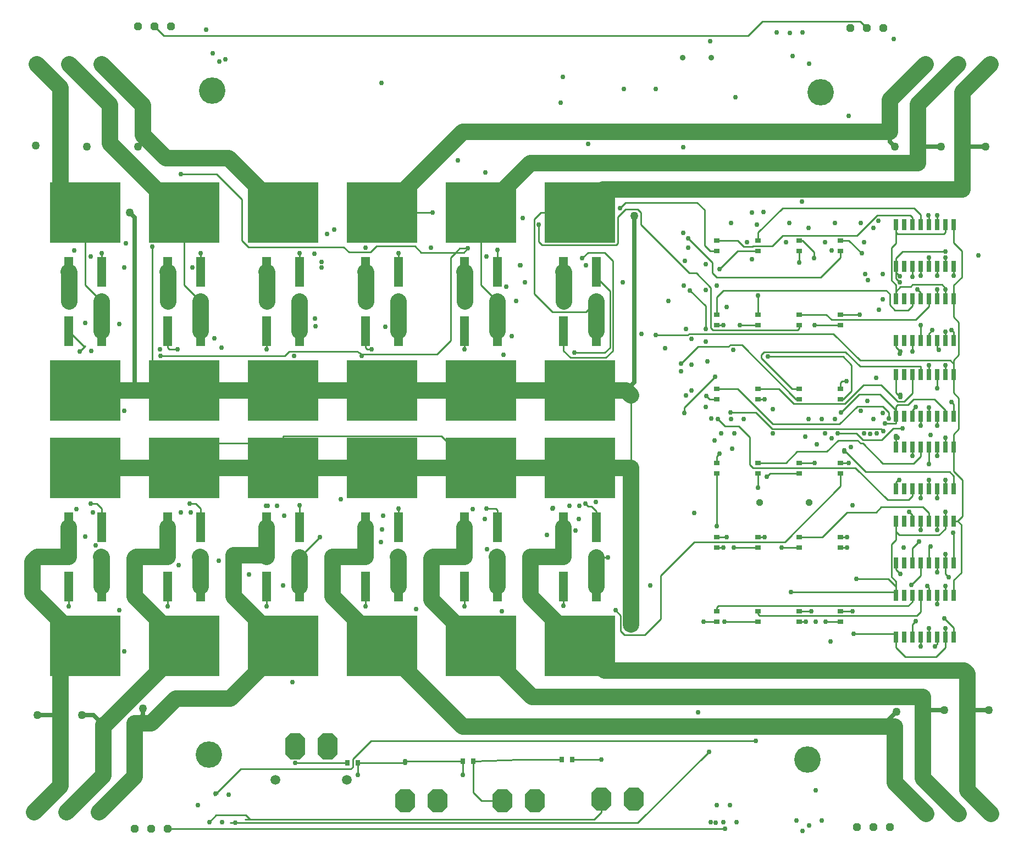
<source format=gbl>
G04 Layer_Physical_Order=4*
G04 Layer_Color=16711680*
%FSAX25Y25*%
%MOIN*%
G70*
G01*
G75*
%ADD12R,0.03800X0.03100*%
%ADD15R,0.03100X0.03800*%
%ADD26C,0.10000*%
%ADD27C,0.01000*%
%ADD28C,0.02500*%
%ADD30P,0.04261X8X202.5*%
%ADD31C,0.03543*%
%ADD32P,0.05412X8X22.5*%
%ADD33P,0.06392X8X22.5*%
%ADD34P,0.05199X8X22.5*%
G04:AMPARAMS|DCode=35|XSize=118.11mil|YSize=137.8mil|CornerRadius=0mil|HoleSize=0mil|Usage=FLASHONLY|Rotation=0.000|XOffset=0mil|YOffset=0mil|HoleType=Round|Shape=Octagon|*
%AMOCTAGOND35*
4,1,8,-0.02953,0.06890,0.02953,0.06890,0.05906,0.03937,0.05906,-0.03937,0.02953,-0.06890,-0.02953,-0.06890,-0.05906,-0.03937,-0.05906,0.03937,-0.02953,0.06890,0.0*
%
%ADD35OCTAGOND35*%

G04:AMPARAMS|DCode=36|XSize=118.11mil|YSize=157.48mil|CornerRadius=0mil|HoleSize=0mil|Usage=FLASHONLY|Rotation=180.000|XOffset=0mil|YOffset=0mil|HoleType=Round|Shape=Octagon|*
%AMOCTAGOND36*
4,1,8,0.02953,-0.07874,-0.02953,-0.07874,-0.05906,-0.04921,-0.05906,0.04921,-0.02953,0.07874,0.02953,0.07874,0.05906,0.04921,0.05906,-0.04921,0.02953,-0.07874,0.0*
%
%ADD36OCTAGOND36*%

%ADD37C,0.05000*%
%ADD38C,0.10000*%
%ADD39C,0.16000*%
%ADD40C,0.03000*%
%ADD41C,0.05906*%
%ADD42R,0.02835X0.07008*%
%ADD43R,0.05315X0.18110*%
%ADD44R,0.42520X0.37008*%
D12*
X0599000Y0418000D02*
D03*
Y0411700D02*
D03*
X0549000Y0328000D02*
D03*
Y0321700D02*
D03*
X0524000Y0463000D02*
D03*
Y0456700D02*
D03*
X0599000Y0463000D02*
D03*
Y0456700D02*
D03*
X0524000Y0328000D02*
D03*
Y0321700D02*
D03*
X0599000Y0328000D02*
D03*
Y0321700D02*
D03*
Y0283000D02*
D03*
Y0276700D02*
D03*
X0574000Y0328000D02*
D03*
Y0321700D02*
D03*
Y0463000D02*
D03*
Y0456700D02*
D03*
Y0418000D02*
D03*
Y0411700D02*
D03*
X0549000Y0463000D02*
D03*
Y0456700D02*
D03*
X0574000Y0283000D02*
D03*
Y0276700D02*
D03*
X0599000Y0373000D02*
D03*
Y0366700D02*
D03*
X0549000Y0418000D02*
D03*
Y0411700D02*
D03*
X0574000Y0238000D02*
D03*
Y0231700D02*
D03*
X0549000Y0283000D02*
D03*
Y0276700D02*
D03*
Y0238000D02*
D03*
Y0231700D02*
D03*
X0524000Y0283000D02*
D03*
Y0276700D02*
D03*
X0574000Y0373000D02*
D03*
Y0366700D02*
D03*
X0524000Y0418000D02*
D03*
Y0411700D02*
D03*
X0549000Y0373000D02*
D03*
Y0366700D02*
D03*
X0524000Y0373000D02*
D03*
Y0366700D02*
D03*
Y0238000D02*
D03*
Y0231700D02*
D03*
X0599000Y0238000D02*
D03*
Y0231700D02*
D03*
D15*
X0300000Y0146000D02*
D03*
X0306300D02*
D03*
X0370000Y0147000D02*
D03*
X0376300D02*
D03*
X0430000Y0148000D02*
D03*
X0436300D02*
D03*
D26*
X0451000Y0408000D02*
Y0426000D01*
X0391000Y0408000D02*
Y0426000D01*
X0331000Y0408000D02*
Y0426000D01*
X0271000Y0408000D02*
Y0426000D01*
X0131315D02*
Y0443685D01*
X0191315Y0426000D02*
Y0443685D01*
X0251000Y0444000D02*
X0251315Y0443685D01*
Y0426000D02*
Y0443685D01*
X0311315Y0426000D02*
Y0443685D01*
X0371000Y0444000D02*
X0371315Y0443685D01*
Y0426000D02*
Y0443685D01*
X0431000Y0444000D02*
X0431315Y0443685D01*
Y0426000D02*
Y0443685D01*
X0211000Y0408000D02*
Y0426000D01*
X0151000Y0408000D02*
Y0426000D01*
X0468976Y0371976D02*
X0472000Y0368953D01*
X0441000Y0371976D02*
X0468976D01*
X0381000D02*
X0441000D01*
X0321000D02*
X0381000D01*
X0261000D02*
X0321000D01*
X0201000D02*
X0261000D01*
X0431000Y0271000D02*
Y0289000D01*
X0411000Y0271000D02*
X0431000D01*
X0441000Y0325024D02*
X0441024Y0325000D01*
X0472000D01*
X0150685Y0271000D02*
X0151000Y0270685D01*
Y0253000D02*
Y0270685D01*
X0210685Y0271000D02*
X0211000Y0270685D01*
Y0253000D02*
Y0270685D01*
X0271000Y0253000D02*
Y0270685D01*
X0390685Y0271000D02*
X0391000Y0270685D01*
Y0253000D02*
Y0270685D01*
X0330685Y0271000D02*
X0331000Y0270685D01*
Y0253000D02*
Y0270685D01*
X0131000Y0271000D02*
Y0289000D01*
X0112000Y0271000D02*
X0131000D01*
X0109000Y0268000D02*
X0112000Y0271000D01*
X0109000Y0248976D02*
Y0268000D01*
Y0248976D02*
X0141000Y0216976D01*
X0191000Y0271000D02*
Y0289000D01*
X0172000Y0271000D02*
X0191000D01*
X0171000Y0270000D02*
X0172000Y0271000D01*
X0171000Y0246976D02*
Y0270000D01*
Y0246976D02*
X0201000Y0216976D01*
X0311000Y0271000D02*
Y0289000D01*
X0251000Y0271000D02*
Y0289000D01*
X0250000Y0272000D02*
X0251000Y0271000D01*
X0231000Y0272000D02*
X0250000D01*
X0231000Y0246976D02*
Y0272000D01*
Y0246976D02*
X0261000Y0216976D01*
X0411000Y0246976D02*
Y0271000D01*
X0291000D02*
X0311000D01*
X0291000Y0246976D02*
Y0271000D01*
Y0246976D02*
X0321000Y0216976D01*
X0371000Y0271000D02*
Y0289000D01*
X0352000Y0271000D02*
X0371000D01*
X0351000Y0270000D02*
X0352000Y0271000D01*
X0351000Y0245000D02*
Y0270000D01*
Y0245000D02*
X0379024Y0216976D01*
X0381000D01*
X0411000Y0246976D02*
X0441000Y0216976D01*
X0451000Y0253000D02*
Y0270685D01*
X0141000Y0325024D02*
X0196000D01*
X0386000D02*
X0441000D01*
X0261000D02*
X0316000D01*
X0201000D02*
X0256000D01*
X0126000Y0495024D02*
X0141000Y0480024D01*
X0126000Y0495024D02*
Y0555630D01*
X0111630Y0570000D02*
X0126000Y0555630D01*
X0197976Y0480024D02*
X0201000D01*
X0156000Y0522000D02*
X0197976Y0480024D01*
X0131315Y0570000D02*
X0156000Y0545315D01*
Y0522000D02*
Y0545315D01*
X0228024Y0513000D02*
X0261000Y0480024D01*
X0673000Y0553000D02*
X0690000Y0570000D01*
X0321000Y0480024D02*
X0369976Y0529000D01*
X0126000Y0201976D02*
X0141000Y0216976D01*
X0110000Y0116000D02*
X0126000Y0132000D01*
X0129685Y0116000D02*
X0152000Y0138315D01*
Y0169000D01*
X0153024D01*
X0229000Y0184976D02*
X0261000Y0216976D01*
X0195976Y0184976D02*
X0229000D01*
X0181000Y0170000D02*
X0195976Y0184976D01*
X0441000Y0216976D02*
X0455976Y0202000D01*
X0674000D01*
X0676000Y0129370D02*
X0690370Y0115000D01*
X0674000Y0202000D02*
X0676000Y0200000D01*
X0381000Y0216976D02*
X0411976Y0186000D01*
X0649000D01*
Y0136685D02*
X0670685Y0115000D01*
X0632000Y0134000D02*
X0651000Y0115000D01*
X0153024Y0169000D02*
X0201000Y0216976D01*
X0149370Y0116000D02*
X0171000Y0137630D01*
Y0170000D01*
X0181000D01*
X0369976Y0529000D02*
X0629000D01*
Y0548370D01*
X0650630Y0570000D01*
X0151000D02*
X0176000Y0545000D01*
Y0527000D02*
Y0545000D01*
X0190000Y0513000D02*
X0228024D01*
X0632000Y0134000D02*
Y0168000D01*
X0626000D02*
X0632000D01*
X0649000Y0136685D02*
Y0178000D01*
Y0186000D01*
X0676000Y0129370D02*
Y0178000D01*
Y0200000D01*
X0126000Y0132000D02*
Y0172000D01*
Y0201976D01*
X0441000Y0480024D02*
X0454976Y0494000D01*
X0673000D01*
X0381000Y0480024D02*
X0410976Y0510000D01*
X0646000D01*
Y0545685D01*
X0673000Y0494000D02*
Y0520000D01*
Y0553000D01*
X0321000Y0216976D02*
X0369976Y0168000D01*
X0626000D01*
X0141000Y0371976D02*
X0171000D01*
X0201000D01*
X0131000Y0444000D02*
X0131315Y0443685D01*
X0191000Y0444000D02*
X0191315Y0443685D01*
X0311000Y0444000D02*
X0311315Y0443685D01*
X0472000Y0230000D02*
Y0325000D01*
X0321000Y0325024D02*
X0376000D01*
X0646000Y0545685D02*
X0670315Y0570000D01*
X0176000Y0527000D02*
X0190000Y0513000D01*
D27*
X0131000Y0408000D02*
X0140000Y0399000D01*
X0141000D01*
X0667567Y0337622D02*
Y0345300D01*
X0670700Y0348433D01*
Y0367300D01*
X0667567Y0370433D02*
X0670700Y0367300D01*
X0667567Y0370433D02*
Y0381622D01*
Y0390300D02*
X0670700Y0393433D01*
Y0413300D01*
X0667567Y0416433D02*
X0670700Y0413300D01*
X0667567Y0416433D02*
Y0427622D01*
X0381000Y0315000D02*
Y0325024D01*
X0384000D02*
X0386000D01*
X0261000Y0344300D02*
X0356724D01*
X0376000Y0325024D01*
X0370000Y0138600D02*
Y0147000D01*
X0306300Y0138600D02*
Y0146000D01*
X0204300Y0303100D02*
X0208000D01*
X0211000Y0300100D01*
Y0289000D02*
Y0300100D01*
X0151000Y0444000D02*
Y0455100D01*
X0371000Y0241000D02*
Y0253000D01*
X0311000Y0241000D02*
Y0253000D01*
X0191000Y0241000D02*
Y0253000D01*
X0131000Y0241000D02*
Y0253000D01*
X0431000Y0241228D02*
Y0253000D01*
X0436300Y0148000D02*
X0454000D01*
X0376300Y0128000D02*
Y0147000D01*
Y0128000D02*
X0381300Y0123000D01*
X0394000D01*
X0666300Y0408700D02*
X0667567Y0407433D01*
Y0402189D02*
Y0407433D01*
X0662567Y0447189D02*
Y0452693D01*
X0331000Y0289000D02*
Y0300100D01*
X0271000Y0289000D02*
Y0302067D01*
X0144300Y0303100D02*
X0148000D01*
X0151000Y0300100D01*
Y0289000D02*
Y0300100D01*
X0454000Y0116000D02*
Y0124000D01*
X0449500Y0111500D02*
X0454000Y0116000D01*
X0237800Y0111500D02*
X0449500D01*
X0238200Y0114100D02*
X0240800Y0111500D01*
X0220300Y0114100D02*
X0238200D01*
X0216100Y0109900D02*
X0220300Y0114100D01*
X0632567Y0222189D02*
Y0224300D01*
X0251000Y0241000D02*
Y0253000D01*
X0534100Y0276700D02*
X0549000D01*
X0391000Y0444000D02*
Y0457100D01*
X0524000Y0463000D02*
X0536500D01*
X0540300Y0459200D01*
X0545400D01*
X0545800Y0459600D01*
X0557600D01*
X0564000Y0466000D01*
X0609000D01*
X0621200Y0478200D01*
X0641367D01*
X0642567Y0477000D01*
Y0472622D02*
Y0477000D01*
X0549000Y0236100D02*
Y0238000D01*
Y0236100D02*
X0550000Y0235100D01*
X0645167D01*
X0647567Y0237500D01*
Y0247622D01*
X0524000Y0238000D02*
Y0240100D01*
X0525000Y0241100D01*
X0640000D01*
X0642567Y0243667D01*
Y0247622D01*
X0549000Y0283000D02*
X0552900D01*
X0647567Y0287133D02*
X0647600Y0287100D01*
X0647567Y0287133D02*
Y0292622D01*
X0506400Y0464300D02*
X0521300Y0449400D01*
Y0443200D02*
Y0449400D01*
Y0443200D02*
X0524000Y0440500D01*
X0587000D01*
X0599000Y0452500D01*
Y0456700D01*
X0642567Y0332133D02*
Y0337622D01*
Y0332133D02*
X0642600Y0332100D01*
X0524000Y0332029D02*
X0525671Y0333700D01*
X0524000Y0328000D02*
Y0332029D01*
X0656100Y0216700D02*
X0657567Y0218167D01*
Y0222189D01*
X0524000Y0373000D02*
X0536500D01*
X0558000Y0351500D01*
X0598300D01*
X0609100Y0362300D01*
X0624600D01*
X0628300Y0358600D01*
Y0355000D02*
Y0358600D01*
X0657567Y0373200D02*
Y0381622D01*
X0333600Y0325000D02*
X0353000D01*
X0316000Y0309800D02*
X0317200Y0308600D01*
X0665067Y0322500D02*
X0667567Y0320000D01*
X0614300Y0322500D02*
X0665067D01*
X0662567Y0216000D02*
Y0222189D01*
X0656867Y0210300D02*
X0662567Y0216000D01*
X0638267Y0210300D02*
X0656867D01*
X0632567Y0216000D02*
X0638267Y0210300D01*
X0632567Y0216000D02*
Y0222189D01*
X0662567Y0267189D02*
Y0272693D01*
X0632567Y0447189D02*
Y0452200D01*
X0636667Y0456300D01*
X0662600D01*
X0632567Y0440000D02*
X0634900Y0437667D01*
X0662567Y0402189D02*
Y0407667D01*
X0662600Y0407700D01*
X0628000Y0257400D02*
X0632567Y0252833D01*
X0608700Y0257400D02*
X0628000D01*
X0662567Y0247622D02*
Y0253100D01*
X0632567Y0286133D02*
X0634600Y0284100D01*
X0658667D01*
X0662567Y0288000D01*
Y0292622D01*
Y0298067D02*
X0662600Y0298100D01*
X0662567Y0292622D02*
Y0298067D01*
X0444600Y0419600D02*
X0451000Y0426000D01*
X0424100Y0419600D02*
X0444600D01*
X0413200Y0430500D02*
X0424100Y0419600D01*
X0413200Y0430500D02*
Y0476000D01*
X0417224Y0480024D01*
X0441000D01*
X0647567Y0332000D02*
Y0337622D01*
X0643267Y0327700D02*
X0647567Y0332000D01*
X0624500Y0327700D02*
X0643267D01*
X0612400Y0339800D02*
X0624500Y0327700D01*
X0611100Y0339800D02*
X0612400D01*
X0609200Y0341700D02*
X0611100Y0339800D01*
X0597400Y0341700D02*
X0609200D01*
X0590500Y0334800D02*
X0597400Y0341700D01*
X0572600Y0334800D02*
X0590500D01*
X0565800Y0328000D02*
X0572600Y0334800D01*
X0549000Y0328000D02*
X0565800D01*
X0371000Y0396900D02*
Y0408000D01*
X0381000Y0436000D02*
X0391000Y0426000D01*
X0381000Y0436000D02*
Y0480024D01*
X0646205Y0545890D02*
X0670315Y0570000D01*
X0646205Y0519795D02*
Y0545890D01*
X0437700Y0394900D02*
X0456000D01*
X0459100Y0398000D01*
Y0432300D01*
X0451000Y0440400D02*
X0459100Y0432300D01*
X0451000Y0440400D02*
Y0444000D01*
X0442300Y0452100D02*
X0445800Y0455600D01*
X0456000D01*
X0460900Y0450700D01*
Y0396000D02*
Y0450700D01*
X0456700Y0391800D02*
X0460900Y0396000D01*
X0435200Y0391800D02*
X0456700D01*
X0431000Y0396000D02*
X0435200Y0391800D01*
X0431000Y0396000D02*
Y0408000D01*
X0141000Y0436000D02*
X0151000Y0426000D01*
X0141000Y0436000D02*
Y0480024D01*
X0201000Y0436000D02*
X0211000Y0426000D01*
X0201000Y0436000D02*
Y0480024D01*
X0524000Y0283000D02*
X0529900D01*
X0640600Y0298100D02*
X0642567Y0296133D01*
Y0292622D02*
Y0296133D01*
X0599000Y0328000D02*
X0603800D01*
X0657567Y0332133D02*
X0657600Y0332100D01*
X0657567Y0332133D02*
Y0337622D01*
X0652567Y0422800D02*
Y0427622D01*
X0644567Y0414800D02*
X0652567Y0422800D01*
X0593500Y0414800D02*
X0644567D01*
X0590300Y0418000D02*
X0593500Y0414800D01*
X0574000Y0418000D02*
X0590300D01*
X0574000Y0409600D02*
Y0411700D01*
X0573000Y0408600D02*
X0574000Y0409600D01*
X0521700Y0408600D02*
X0573000D01*
X0520300Y0410000D02*
X0521700Y0408600D01*
X0520300Y0410000D02*
Y0434200D01*
X0511400Y0443100D02*
X0520300Y0434200D01*
X0507200Y0443100D02*
X0511400D01*
X0477800Y0472500D02*
X0507200Y0443100D01*
X0477800Y0472500D02*
Y0480000D01*
X0476000Y0481800D02*
X0477800Y0480000D01*
X0468700Y0481800D02*
X0476000D01*
X0464000Y0477100D02*
X0468700Y0481800D01*
X0464000Y0461200D02*
Y0477100D01*
X0463000Y0460200D02*
X0464000Y0461200D01*
X0418000Y0460200D02*
X0463000D01*
X0416000Y0462200D02*
X0418000Y0460200D01*
X0416000Y0462200D02*
Y0472700D01*
X0524000Y0418000D02*
Y0428700D01*
X0528000Y0432700D01*
X0626600D01*
X0628800Y0430500D01*
Y0423900D02*
Y0430500D01*
Y0423900D02*
X0632000Y0420700D01*
X0640000D01*
X0642567Y0423267D01*
Y0427622D01*
X0574000Y0238000D02*
X0581100D01*
X0651400Y0253100D02*
X0652567Y0251933D01*
Y0247622D02*
Y0251933D01*
X0642567Y0222189D02*
Y0229867D01*
X0644700Y0232000D01*
X0569600Y0373000D02*
X0574000D01*
X0551000Y0391600D02*
X0569600Y0373000D01*
X0551000Y0391600D02*
Y0393641D01*
X0552659Y0395300D01*
X0602000D01*
X0610800Y0386500D01*
X0647467D01*
X0647567Y0386400D01*
Y0381622D02*
Y0386400D01*
X0632567Y0398233D02*
X0635159Y0395641D01*
X0632567Y0398233D02*
Y0402189D01*
X0657567Y0261700D02*
Y0267189D01*
X0632567Y0312189D02*
Y0316260D01*
X0634000Y0317693D02*
X0634567D01*
X0662567Y0312189D02*
Y0317693D01*
X0652567Y0312189D02*
Y0317700D01*
X0623500Y0348700D02*
X0625000Y0347200D01*
X0557700Y0348700D02*
X0623500D01*
X0547700Y0358700D02*
X0557700Y0348700D01*
X0532300Y0358700D02*
X0547700D01*
X0647567Y0350733D02*
X0647600Y0350700D01*
X0647567Y0350733D02*
Y0356189D01*
X0632567Y0362267D02*
X0633667Y0363367D01*
X0639800D01*
X0643133Y0366700D01*
X0655867D01*
X0662567Y0360000D01*
Y0356189D02*
Y0360000D01*
X0549000Y0373000D02*
X0561500D01*
X0570700Y0363800D01*
X0601500D01*
X0613000Y0375300D01*
X0623500D01*
X0633633Y0365167D01*
X0637467D01*
X0642567Y0370267D01*
Y0381622D01*
X0632567Y0370600D02*
Y0381622D01*
X0652567D02*
Y0387067D01*
X0652600Y0387100D01*
X0600000Y0377500D02*
X0602700D01*
X0599000Y0376500D02*
X0600000Y0377500D01*
X0599000Y0373000D02*
Y0376500D01*
X0657567Y0350733D02*
X0657600Y0350700D01*
X0657567Y0350733D02*
Y0356189D01*
X0652567D02*
Y0361700D01*
X0667567Y0427622D02*
Y0435767D01*
X0672400Y0440600D01*
Y0456567D01*
X0667567Y0461400D02*
X0672400Y0456567D01*
X0667567Y0461400D02*
Y0472622D01*
X0652567Y0452667D02*
X0652600Y0452700D01*
X0652567Y0447189D02*
Y0452667D01*
Y0472622D02*
Y0477899D01*
X0652083Y0478383D02*
X0652567Y0477899D01*
X0583000Y0452300D02*
Y0456000D01*
X0576000Y0463000D02*
X0583000Y0456000D01*
X0574000Y0463000D02*
X0576000D01*
X0647567Y0441733D02*
Y0447189D01*
Y0441733D02*
X0647600Y0441700D01*
X0657567Y0427622D02*
Y0433067D01*
X0657600Y0433100D01*
X0599000Y0418000D02*
X0610500D01*
X0632567Y0443442D02*
Y0447189D01*
Y0443442D02*
X0634800Y0441209D01*
X0642567Y0441033D02*
Y0447189D01*
X0353000Y0325024D02*
X0354100Y0323924D01*
X0251000Y0396900D02*
Y0408000D01*
X0487000Y0405500D02*
X0506300D01*
X0507100Y0406300D01*
X0594700D01*
X0610900Y0390100D01*
X0665467D01*
X0667567Y0388000D01*
Y0381622D02*
Y0388000D01*
X0331000Y0444000D02*
Y0455100D01*
X0525500Y0445700D02*
X0536500Y0456700D01*
X0549000D01*
X0384300Y0300100D02*
X0390000D01*
X0391000Y0299100D01*
Y0289000D02*
Y0299100D01*
X0662567Y0468000D02*
Y0472622D01*
X0661434Y0466867D02*
X0662567Y0468000D01*
X0633700Y0466867D02*
X0661434D01*
X0632567Y0468000D02*
X0633700Y0466867D01*
X0597362Y0345900D02*
X0608400D01*
X0612400Y0341900D01*
X0624000D01*
X0631000Y0348900D01*
X0636500D01*
X0652567Y0327100D02*
Y0337622D01*
X0574000Y0328000D02*
X0583100D01*
X0667567Y0323000D02*
Y0337622D01*
Y0323000D02*
X0672900Y0317667D01*
Y0295500D02*
Y0317667D01*
X0670000Y0292600D02*
X0672900Y0295500D01*
X0667567Y0292600D02*
Y0292622D01*
X0661900Y0233467D02*
X0667567Y0227800D01*
Y0222189D02*
Y0227800D01*
X0599000Y0283000D02*
X0602900D01*
X0657567Y0287100D02*
Y0292622D01*
X0599000Y0238000D02*
X0606100D01*
X0657567Y0242133D02*
X0657600Y0242100D01*
X0657567Y0242133D02*
Y0247622D01*
X0589800Y0231700D02*
X0599000D01*
X0574000D02*
X0577900D01*
X0667567Y0247622D02*
Y0256767D01*
X0672100Y0261300D01*
Y0290500D01*
X0670000Y0292600D02*
X0672100Y0290500D01*
X0312000Y0396900D02*
X0314500D01*
X0311000Y0397900D02*
X0312000Y0396900D01*
X0311000Y0397900D02*
Y0408000D01*
X0549000Y0313000D02*
Y0321700D01*
X0554200Y0319700D02*
X0556200Y0321700D01*
X0574000D01*
X0524000Y0411700D02*
X0527900D01*
X0211000Y0444000D02*
Y0455100D01*
X0191000Y0397900D02*
Y0408000D01*
Y0397900D02*
X0192000Y0396900D01*
X0197000D01*
X0517400Y0368700D02*
X0519400Y0366700D01*
X0524000D01*
X0537995Y0411700D02*
X0549000D01*
X0321000Y0480024D02*
X0351576D01*
X0183000Y0593000D02*
X0188700Y0587300D01*
X0542800D01*
X0551500Y0596000D01*
X0611000D01*
X0615000Y0592000D01*
X0181600Y0376000D02*
Y0459200D01*
Y0376000D02*
X0185600Y0372000D01*
X0470500D02*
X0472000Y0370500D01*
X0210976Y0340000D02*
X0241024D01*
X0657567Y0397633D02*
Y0402189D01*
Y0397633D02*
X0658500Y0396700D01*
X0657567Y0441700D02*
Y0447189D01*
X0642567Y0359867D02*
X0644600Y0361900D01*
X0642567Y0356189D02*
Y0359867D01*
X0652567Y0402189D02*
Y0406267D01*
X0654700Y0408400D01*
X0647567Y0402189D02*
Y0411600D01*
X0642567Y0395533D02*
Y0402189D01*
X0652567Y0276483D02*
X0653400Y0277316D01*
X0652567Y0267189D02*
Y0276483D01*
Y0222189D02*
Y0227667D01*
X0652600Y0227700D01*
X0647567Y0216700D02*
Y0222189D01*
X0657567Y0306733D02*
X0657600Y0306700D01*
X0657567Y0306733D02*
Y0312189D01*
X0647567Y0306700D02*
Y0312189D01*
X0524500Y0354600D02*
X0528900Y0350200D01*
X0537200D01*
X0544000Y0343400D01*
Y0327000D02*
Y0343400D01*
Y0327000D02*
X0546000Y0325000D01*
X0608000D01*
X0627400Y0305600D01*
X0640167D01*
X0642567Y0308000D01*
Y0312189D01*
Y0276283D02*
X0646500Y0280216D01*
X0642567Y0267189D02*
Y0276283D01*
X0641861Y0253994D02*
X0647567Y0259700D01*
Y0267189D01*
X0549000Y0418000D02*
Y0429400D01*
X0645600Y0433100D02*
X0647567Y0431133D01*
Y0427622D02*
Y0431133D01*
X0657567Y0472622D02*
Y0478133D01*
X0604000Y0463000D02*
X0611725Y0455275D01*
X0599000Y0463000D02*
X0604000D01*
X0647567Y0472622D02*
Y0478567D01*
X0643534Y0482600D02*
X0647567Y0478567D01*
X0563800Y0482600D02*
X0643534D01*
X0549000Y0467800D02*
X0563800Y0482600D01*
X0549000Y0463000D02*
Y0467800D01*
X0574000Y0283000D02*
X0587800D01*
X0602800Y0298000D01*
X0620400D01*
X0623500Y0301100D01*
X0648967D01*
X0652567Y0297500D01*
Y0292622D02*
Y0297500D01*
X0271000Y0444000D02*
Y0455100D01*
X0137700Y0395700D02*
X0141000Y0399000D01*
X0444300Y0303100D02*
X0446000Y0301400D01*
X0448000D01*
X0451000Y0298400D01*
Y0289000D02*
Y0298400D01*
X0314300Y0159300D02*
X0547400D01*
X0303100Y0148100D02*
X0314300Y0159300D01*
X0303100Y0143300D02*
Y0148100D01*
X0302000Y0142200D02*
X0303100Y0143300D01*
X0191000Y0106000D02*
X0528800D01*
X0599000Y0366700D02*
X0600700D01*
X0605700Y0371700D01*
Y0387383D01*
X0600683Y0392400D02*
X0605700Y0387383D01*
X0554900Y0392400D02*
X0600683D01*
X0572000Y0366700D02*
X0574000D01*
X0539200Y0399500D02*
X0572000Y0366700D01*
X0532100Y0399500D02*
X0539200D01*
X0531000Y0398400D02*
X0532100Y0399500D01*
X0512400Y0398400D02*
X0531000D01*
X0502100Y0388100D02*
X0512400Y0398400D01*
X0549000Y0366700D02*
X0552900D01*
X0524000Y0276700D02*
X0527900D01*
X0528700Y0231700D02*
X0549000D01*
X0515900D02*
X0524000D01*
X0519900Y0456700D02*
X0524000D01*
X0516600Y0460000D02*
X0519900Y0456700D01*
X0516600Y0460000D02*
Y0481400D01*
X0512000Y0486000D02*
X0516600Y0481400D01*
X0468700Y0486000D02*
X0512000D01*
X0465200Y0482500D02*
X0468700Y0486000D01*
X0574000Y0449700D02*
Y0456700D01*
X0583200Y0411700D02*
X0599000D01*
X0462600Y0238400D02*
X0465700Y0235300D01*
Y0226000D02*
Y0235300D01*
Y0226000D02*
X0468000Y0223700D01*
X0480200D01*
X0489800Y0233300D01*
Y0259500D01*
X0510200Y0279900D01*
X0565100D01*
X0599000Y0313800D01*
Y0321700D01*
X0524000Y0289600D02*
Y0321700D01*
X0599000Y0276700D02*
X0602900D01*
X0563100D02*
X0574000D01*
X0451000Y0270685D02*
X0458000D01*
X0186400Y0393000D02*
X0262000D01*
X0264600Y0395600D01*
X0305800D01*
X0308600Y0394000D01*
X0354300D02*
X0362500Y0402200D01*
Y0452700D01*
X0368000Y0458200D02*
X0373000D01*
X0308600Y0392800D02*
Y0394000D01*
X0632567Y0247622D02*
Y0249700D01*
X0198723Y0503300D02*
X0220600D01*
X0236000Y0487900D01*
Y0463000D02*
Y0487900D01*
Y0463000D02*
X0240000Y0459000D01*
X0297600D01*
X0300800Y0455800D01*
X0313800D01*
X0317400Y0459400D01*
X0340800D01*
X0344500Y0455700D01*
X0370500D02*
X0373000Y0458200D01*
X0376300Y0147000D02*
X0404200Y0148000D01*
X0430000D01*
X0662567Y0433067D02*
X0662600Y0433100D01*
X0662567Y0337622D02*
Y0343126D01*
X0629800Y0278433D02*
X0632567Y0281200D01*
X0629800Y0258800D02*
Y0278433D01*
Y0258800D02*
X0632567Y0256033D01*
Y0432000D02*
X0635367Y0434800D01*
X0641400D01*
X0642700Y0436100D01*
X0660467D01*
X0662567Y0434000D01*
X0629800Y0438767D02*
X0632567Y0436000D01*
X0629800Y0438767D02*
Y0458600D01*
X0632567Y0461367D01*
X0599300Y0358700D02*
X0610140Y0369540D01*
X0623027D01*
X0632567Y0360000D01*
X0625900Y0352000D02*
X0632567D01*
Y0316260D02*
X0634000Y0317693D01*
X0632567Y0352000D02*
Y0356189D01*
Y0263227D02*
Y0267189D01*
Y0263227D02*
X0635200Y0260594D01*
X0662567Y0260700D02*
Y0267189D01*
Y0260700D02*
X0664567Y0258700D01*
X0662567Y0222189D02*
Y0227700D01*
X0504197Y0361656D02*
X0522720Y0380180D01*
X0504197Y0358063D02*
Y0361656D01*
X0517079Y0409276D02*
Y0423121D01*
X0507600Y0432600D02*
X0517079Y0423121D01*
X0667567Y0312189D02*
Y0320000D01*
X0667100Y0285500D02*
X0667567Y0285033D01*
Y0267189D02*
Y0285033D01*
Y0356189D02*
Y0363533D01*
X0666300Y0364800D02*
X0667567Y0363533D01*
Y0441733D02*
Y0447189D01*
Y0441733D02*
X0667600Y0441700D01*
X0196000Y0325024D02*
X0196976Y0326000D01*
X0210976Y0340000D01*
X0241024D02*
X0255024Y0326000D01*
X0256000Y0325024D01*
X0140024Y0326000D02*
X0196976D01*
X0255024D01*
X0261000D01*
X0352000D01*
X0261000Y0325024D02*
Y0326000D01*
Y0344300D01*
X0185600Y0372000D02*
X0470500D01*
X0316000Y0309800D02*
Y0325024D01*
X0317200Y0308600D02*
X0333600Y0325000D01*
X0472000Y0232900D02*
Y0325000D01*
Y0368953D01*
Y0370500D01*
X0384000Y0315000D02*
Y0325024D01*
X0321000D02*
X0352976D01*
X0353000D01*
X0352000Y0326000D02*
X0352976Y0325024D01*
X0353000Y0325000D01*
X0381000Y0315000D02*
X0384000D01*
X0667567Y0292600D02*
X0670000D01*
X0667567Y0388000D02*
Y0390300D01*
X0306300Y0146000D02*
X0335000D01*
Y0147000D02*
X0370000D01*
X0271000Y0270685D02*
X0283100Y0282785D01*
X0308600Y0394000D02*
X0354300D01*
X0362500Y0452700D02*
X0365500Y0455700D01*
X0368000Y0458200D01*
X0344500Y0455700D02*
X0365500D01*
X0370500D01*
X0568800Y0249700D02*
X0632567D01*
Y0252833D01*
Y0256033D01*
Y0281200D02*
Y0286133D01*
Y0292622D01*
Y0341967D02*
Y0343100D01*
Y0337622D02*
Y0341967D01*
Y0343100D02*
Y0344300D01*
Y0341967D02*
X0633700Y0343100D01*
X0632567Y0370600D02*
X0635200Y0367967D01*
X0662567Y0381622D02*
Y0387126D01*
Y0387133D01*
X0632567Y0427622D02*
Y0432000D01*
Y0436000D01*
Y0461367D02*
Y0468000D01*
Y0472622D01*
X0662567Y0427622D02*
Y0433067D01*
Y0434000D01*
X0607000Y0224300D02*
X0632567D01*
Y0356189D02*
Y0360000D01*
Y0362267D01*
Y0440000D02*
Y0443442D01*
X0601300Y0335500D02*
X0601650Y0335150D01*
X0614300Y0322500D01*
X0601300Y0334800D02*
X0601650Y0335150D01*
X0219992Y0127100D02*
X0221100D01*
X0228803Y0109400D02*
X0475800D01*
X0519100Y0152700D01*
X0219100Y0126100D02*
X0235200Y0142200D01*
X0302000D01*
X0268157Y0146000D02*
X0300000D01*
D28*
X0168000Y0480000D02*
X0171000Y0477000D01*
Y0371976D02*
Y0477000D01*
X0140024Y0326000D02*
X0141000Y0325024D01*
X0626000Y0170000D02*
X0633000Y0177000D01*
X0649000Y0178000D02*
X0662000D01*
X0176000Y0175000D02*
Y0179000D01*
X0171000Y0170000D02*
X0176000Y0175000D01*
X0139000D02*
X0146000D01*
X0152000Y0169000D01*
X0112000Y0175000D02*
X0123000D01*
X0126000Y0172000D01*
X0629000Y0523000D02*
X0632000Y0520000D01*
X0629000Y0523000D02*
Y0529000D01*
X0646205Y0519795D02*
X0660000D01*
X0673028Y0520028D02*
X0687000D01*
X0673000Y0520000D02*
X0673028Y0520028D01*
X0474000Y0377000D02*
Y0478000D01*
X0676000Y0178000D02*
X0689000D01*
X0626000Y0168000D02*
Y0170000D01*
X0468976Y0371976D02*
X0474000Y0377000D01*
D30*
X0550000Y0304000D02*
D03*
X0579921D02*
D03*
D31*
X0520661Y0573980D02*
D03*
X0503339D02*
D03*
D32*
X0330685Y0271000D02*
D03*
X0311000D02*
D03*
X0390685D02*
D03*
X0371000D02*
D03*
X0450685D02*
D03*
X0431000D02*
D03*
X0311315Y0426000D02*
D03*
X0331000D02*
D03*
X0371315D02*
D03*
X0391000D02*
D03*
X0431315D02*
D03*
X0451000D02*
D03*
X0150685Y0271000D02*
D03*
X0131000D02*
D03*
X0210685D02*
D03*
X0191000D02*
D03*
X0270685D02*
D03*
X0251000D02*
D03*
X0131315Y0426000D02*
D03*
X0151000D02*
D03*
X0191315D02*
D03*
X0211000D02*
D03*
X0251315D02*
D03*
X0271000D02*
D03*
D33*
X0651000Y0115000D02*
D03*
X0670685D02*
D03*
X0690370D02*
D03*
X0110000Y0116000D02*
D03*
X0129685D02*
D03*
X0149370D02*
D03*
X0111630Y0570000D02*
D03*
X0131315D02*
D03*
X0151000D02*
D03*
X0650630D02*
D03*
X0670315D02*
D03*
X0690000D02*
D03*
D34*
X0193000Y0593000D02*
D03*
X0183000D02*
D03*
X0173000D02*
D03*
X0605000Y0592000D02*
D03*
X0615000D02*
D03*
X0625000D02*
D03*
X0191000Y0106000D02*
D03*
X0181000D02*
D03*
X0171000D02*
D03*
X0609000Y0107000D02*
D03*
X0619000D02*
D03*
X0629000D02*
D03*
D35*
X0354685Y0123000D02*
D03*
X0335000D02*
D03*
X0413685D02*
D03*
X0394000D02*
D03*
X0473685Y0124000D02*
D03*
X0454000D02*
D03*
D36*
X0287842Y0156000D02*
D03*
X0268158D02*
D03*
D37*
X0168000Y0480000D02*
D03*
X0662000Y0178000D02*
D03*
X0633000Y0177000D02*
D03*
X0112000Y0175000D02*
D03*
X0139000D02*
D03*
X0176000Y0179000D02*
D03*
X0173000Y0520000D02*
D03*
X0142000D02*
D03*
X0111000Y0520528D02*
D03*
X0660000Y0519795D02*
D03*
X0687000Y0520028D02*
D03*
X0632000Y0520000D02*
D03*
X0474000Y0478000D02*
D03*
X0689000Y0178000D02*
D03*
D38*
X0472000Y0230000D02*
D03*
D39*
X0579000Y0148000D02*
D03*
X0216000Y0151000D02*
D03*
X0587000Y0553000D02*
D03*
X0218000Y0554000D02*
D03*
D40*
X0557992Y0345900D02*
D03*
X0534400D02*
D03*
X0520100Y0109900D02*
D03*
X0572055Y0110890D02*
D03*
X0520055Y0109900D02*
D03*
X0370000Y0138600D02*
D03*
X0306300D02*
D03*
X0204300Y0303100D02*
D03*
X0151000Y0455100D02*
D03*
X0144300Y0453100D02*
D03*
X0371000Y0241000D02*
D03*
X0311000D02*
D03*
X0191000D02*
D03*
X0131000D02*
D03*
X0431000Y0241228D02*
D03*
X0454000Y0148000D02*
D03*
X0335000Y0146000D02*
D03*
X0575900Y0589100D02*
D03*
X0666300Y0408700D02*
D03*
X0662567Y0452693D02*
D03*
X0331000Y0300100D02*
D03*
X0135700Y0300000D02*
D03*
X0271000Y0302067D02*
D03*
X0144300Y0303100D02*
D03*
X0510100Y0297700D02*
D03*
X0512700Y0176600D02*
D03*
X0216100Y0109900D02*
D03*
X0523100Y0109500D02*
D03*
X0572100Y0110900D02*
D03*
X0607000Y0224300D02*
D03*
X0311000Y0458600D02*
D03*
X0350600D02*
D03*
X0532402Y0354583D02*
D03*
X0557961Y0360600D02*
D03*
X0251000Y0241000D02*
D03*
X0261000Y0253400D02*
D03*
X0483600D02*
D03*
X0534100Y0276700D02*
D03*
X0391000Y0457100D02*
D03*
X0467700Y0555000D02*
D03*
X0545200Y0451500D02*
D03*
X0552900Y0283000D02*
D03*
X0647600Y0287100D02*
D03*
X0506400Y0464300D02*
D03*
X0642600Y0332100D02*
D03*
X0525671Y0333700D02*
D03*
X0601299Y0334850D02*
D03*
X0579646Y0354583D02*
D03*
X0589488Y0345900D02*
D03*
X0592800Y0219600D02*
D03*
X0656100Y0216700D02*
D03*
X0628300Y0355000D02*
D03*
X0657567Y0373200D02*
D03*
X0577677Y0343858D02*
D03*
X0605236Y0337600D02*
D03*
X0601300Y0335500D02*
D03*
X0619000Y0354600D02*
D03*
X0517100Y0448600D02*
D03*
X0507600Y0432600D02*
D03*
X0637200Y0276600D02*
D03*
X0662567Y0272693D02*
D03*
X0611142Y0473658D02*
D03*
X0579929Y0107990D02*
D03*
X0567835Y0473700D02*
D03*
X0595394D02*
D03*
X0662600Y0456300D02*
D03*
X0682500Y0454000D02*
D03*
X0634900Y0437667D02*
D03*
Y0394200D02*
D03*
X0662600Y0407700D02*
D03*
X0608700Y0257400D02*
D03*
X0662567Y0253100D02*
D03*
Y0343126D02*
D03*
X0662600Y0298100D02*
D03*
X0164600Y0359600D02*
D03*
X0296000Y0306000D02*
D03*
X0371000Y0396900D02*
D03*
X0384300Y0453100D02*
D03*
X0437700Y0394900D02*
D03*
X0442300Y0452100D02*
D03*
X0529900Y0283000D02*
D03*
X0640600Y0298100D02*
D03*
X0603800Y0328000D02*
D03*
X0657600Y0332100D02*
D03*
X0416000Y0472700D02*
D03*
X0581100Y0238000D02*
D03*
X0651400Y0253100D02*
D03*
X0644700Y0232000D02*
D03*
X0622000Y0474900D02*
D03*
X0587701Y0110999D02*
D03*
X0635159Y0395641D02*
D03*
X0611142Y0359500D02*
D03*
X0545200Y0479900D02*
D03*
X0568188Y0589012D02*
D03*
X0532402Y0473700D02*
D03*
X0487000Y0555000D02*
D03*
X0548100Y0472700D02*
D03*
X0430500Y0562100D02*
D03*
X0492600Y0397528D02*
D03*
X0657567Y0261700D02*
D03*
X0595400Y0354600D02*
D03*
X0662567Y0317693D02*
D03*
X0652567Y0317700D02*
D03*
X0625000Y0347200D02*
D03*
X0532300Y0358700D02*
D03*
X0647600Y0350700D02*
D03*
X0632567Y0343100D02*
D03*
X0635200Y0367967D02*
D03*
X0652600Y0387100D02*
D03*
X0602700Y0377500D02*
D03*
X0657600Y0350700D02*
D03*
X0652567Y0361700D02*
D03*
X0620500Y0379700D02*
D03*
X0614000Y0442700D02*
D03*
X0603900Y0538700D02*
D03*
X0624500Y0427200D02*
D03*
X0652600Y0452700D02*
D03*
X0652083Y0478383D02*
D03*
X0583000Y0452300D02*
D03*
X0647600Y0441700D02*
D03*
X0657600Y0433100D02*
D03*
X0610500Y0418000D02*
D03*
X0634800Y0441209D02*
D03*
X0642567Y0441033D02*
D03*
X0622355Y0421000D02*
D03*
X0251000Y0396900D02*
D03*
X0444600Y0447900D02*
D03*
X0404900D02*
D03*
X0487000Y0405500D02*
D03*
X0331000Y0455100D02*
D03*
X0323000Y0410500D02*
D03*
X0525500Y0445700D02*
D03*
X0384300Y0300100D02*
D03*
X0502200Y0383700D02*
D03*
X0597362Y0345900D02*
D03*
X0636500Y0348900D02*
D03*
X0652567Y0327100D02*
D03*
X0583100Y0328000D02*
D03*
X0341600Y0239200D02*
D03*
X0661900Y0233467D02*
D03*
X0602900Y0283000D02*
D03*
X0657567Y0287100D02*
D03*
X0606100Y0238000D02*
D03*
X0657600Y0242100D02*
D03*
X0164600Y0213575D02*
D03*
X0589800Y0231700D02*
D03*
X0440300Y0293900D02*
D03*
X0383254D02*
D03*
X0240300Y0260100D02*
D03*
X0577900Y0231700D02*
D03*
X0314500Y0396900D02*
D03*
X0450700Y0304200D02*
D03*
X0440500Y0302000D02*
D03*
X0549000Y0313000D02*
D03*
X0320900Y0287600D02*
D03*
X0438300Y0286800D02*
D03*
X0554200Y0319700D02*
D03*
X0527900Y0411700D02*
D03*
X0219100Y0403600D02*
D03*
X0211000Y0455100D02*
D03*
X0197000Y0396900D02*
D03*
X0280100Y0415400D02*
D03*
X0267400Y0392800D02*
D03*
X0141000Y0412900D02*
D03*
X0517400Y0368700D02*
D03*
X0537995Y0411700D02*
D03*
X0280700Y0410900D02*
D03*
X0393600Y0237900D02*
D03*
X0321400Y0295900D02*
D03*
X0261400D02*
D03*
X0204735Y0297900D02*
D03*
X0351576Y0480024D02*
D03*
X0181600Y0459200D02*
D03*
X0472000Y0232900D02*
D03*
X0404600Y0447900D02*
D03*
X0399600Y0404800D02*
D03*
X0478300Y0406200D02*
D03*
X0266400Y0194900D02*
D03*
X0161400Y0238460D02*
D03*
X0284200Y0446700D02*
D03*
X0205800D02*
D03*
X0164600D02*
D03*
X0284200Y0449900D02*
D03*
X0161400Y0412300D02*
D03*
X0147200Y0277900D02*
D03*
X0145600Y0297900D02*
D03*
X0199000D02*
D03*
X0658500Y0396700D02*
D03*
X0657567Y0441700D02*
D03*
X0644600Y0361900D02*
D03*
X0654700Y0408400D02*
D03*
X0617000Y0345700D02*
D03*
X0615079Y0365400D02*
D03*
X0647567Y0411600D02*
D03*
X0613110Y0345900D02*
D03*
X0642567Y0395533D02*
D03*
X0593425Y0343000D02*
D03*
X0653400Y0277316D02*
D03*
X0652600Y0227700D02*
D03*
X0583900Y0231700D02*
D03*
X0587500Y0354600D02*
D03*
X0647567Y0216700D02*
D03*
X0533307Y0336700D02*
D03*
X0657600Y0306700D02*
D03*
X0647567D02*
D03*
X0526496Y0345900D02*
D03*
X0524500Y0354600D02*
D03*
X0522559Y0341700D02*
D03*
X0646500Y0280216D02*
D03*
X0641861Y0253994D02*
D03*
X0549000Y0429400D02*
D03*
X0645600Y0433100D02*
D03*
X0657567Y0478133D02*
D03*
X0611725Y0455275D02*
D03*
X0446000Y0521700D02*
D03*
X0552087Y0480100D02*
D03*
X0615400Y0438800D02*
D03*
X0503700Y0519500D02*
D03*
X0271000Y0455100D02*
D03*
X0137700Y0395700D02*
D03*
X0444300Y0303100D02*
D03*
X0214200Y0591000D02*
D03*
X0631200Y0585200D02*
D03*
X0621000Y0345900D02*
D03*
X0218100Y0576400D02*
D03*
X0624500Y0358094D02*
D03*
X0508400Y0387600D02*
D03*
X0222071Y0571600D02*
D03*
X0518291Y0389591D02*
D03*
X0226000Y0572900D02*
D03*
X0517100Y0362032D02*
D03*
X0520600Y0354800D02*
D03*
X0519100Y0152700D02*
D03*
X0231803Y0109400D02*
D03*
X0575709Y0486691D02*
D03*
X0383700Y0504300D02*
D03*
X0223900Y0109900D02*
D03*
X0579600Y0470700D02*
D03*
X0589500Y0462000D02*
D03*
X0547400Y0159300D02*
D03*
X0219992Y0127100D02*
D03*
X0528800Y0106000D02*
D03*
X0508478Y0371900D02*
D03*
X0554900Y0392400D02*
D03*
X0529900Y0422600D02*
D03*
X0292000Y0469700D02*
D03*
X0279950Y0454850D02*
D03*
X0287400Y0467000D02*
D03*
X0502100Y0388100D02*
D03*
X0223700Y0397800D02*
D03*
X0134100Y0457000D02*
D03*
X0165500Y0461100D02*
D03*
X0552900Y0366700D02*
D03*
X0144400Y0395800D02*
D03*
X0527900Y0276700D02*
D03*
X0221900Y0268500D02*
D03*
X0528700Y0231700D02*
D03*
X0197400Y0266000D02*
D03*
X0515900Y0231700D02*
D03*
X0141000Y0283300D02*
D03*
X0465200Y0482500D02*
D03*
X0394400Y0393500D02*
D03*
X0574000Y0449700D02*
D03*
X0583200Y0411700D02*
D03*
X0406200Y0476700D02*
D03*
X0462600Y0238400D02*
D03*
X0524000Y0289600D02*
D03*
X0420800Y0284300D02*
D03*
X0602900Y0276700D02*
D03*
X0384600Y0275400D02*
D03*
X0320200Y0279800D02*
D03*
X0563100Y0276700D02*
D03*
X0320600Y0558504D02*
D03*
X0505200Y0368900D02*
D03*
X0624500Y0442700D02*
D03*
X0653500Y0345000D02*
D03*
X0606200Y0302300D02*
D03*
X0542200Y0462000D02*
D03*
X0367000Y0511600D02*
D03*
X0560200Y0589100D02*
D03*
X0503600Y0467400D02*
D03*
X0535302Y0549968D02*
D03*
X0506400Y0458500D02*
D03*
X0504400Y0450600D02*
D03*
X0570008Y0574808D02*
D03*
X0583866Y0129100D02*
D03*
X0613100Y0462000D02*
D03*
X0540300Y0354600D02*
D03*
X0575992Y0104400D02*
D03*
X0535800Y0109916D02*
D03*
X0505193Y0409293D02*
D03*
X0531900Y0120200D02*
D03*
X0533800Y0396700D02*
D03*
X0508400Y0403370D02*
D03*
X0527900Y0109929D02*
D03*
X0524000Y0120200D02*
D03*
X0517100Y0401400D02*
D03*
X0335000Y0147000D02*
D03*
X0458000Y0270685D02*
D03*
X0283100Y0282785D02*
D03*
X0257200Y0302000D02*
D03*
X0251500D02*
D03*
X0250500D02*
D03*
X0186300Y0397000D02*
D03*
X0308600Y0392800D02*
D03*
X0186400Y0393000D02*
D03*
X0434600Y0302000D02*
D03*
X0376000Y0299954D02*
D03*
X0402300Y0426300D02*
D03*
X0407500Y0437600D02*
D03*
X0466800D02*
D03*
X0568800Y0249700D02*
D03*
X0198723Y0503300D02*
D03*
X0373000Y0458200D02*
D03*
X0396279Y0434921D02*
D03*
X0424700Y0300600D02*
D03*
X0424200Y0300100D02*
D03*
X0662567Y0387133D02*
D03*
X0635200Y0369200D02*
D03*
X0632567Y0344300D02*
D03*
X0662600Y0433100D02*
D03*
X0662567Y0387126D02*
D03*
X0633700Y0343100D02*
D03*
X0634567Y0317693D02*
D03*
X0625900Y0352000D02*
D03*
X0635200Y0260594D02*
D03*
X0664567Y0258700D02*
D03*
X0662567Y0227700D02*
D03*
X0522720Y0380180D02*
D03*
X0504197Y0358063D02*
D03*
X0517079Y0432898D02*
D03*
X0503943Y0435500D02*
D03*
X0494600Y0426157D02*
D03*
X0523900Y0435500D02*
D03*
X0584600Y0339258D02*
D03*
X0599300Y0358700D02*
D03*
X0519904Y0584000D02*
D03*
X0517079Y0409276D02*
D03*
X0209100Y0120200D02*
D03*
X0619016Y0470724D02*
D03*
X0593425Y0456900D02*
D03*
X0565900Y0462000D02*
D03*
X0579882Y0570200D02*
D03*
X0429300Y0546700D02*
D03*
X0601300Y0334800D02*
D03*
X0667100Y0285500D02*
D03*
X0666300Y0364800D02*
D03*
X0667600Y0441700D02*
D03*
X0268157Y0146000D02*
D03*
X0227866Y0126600D02*
D03*
D41*
X0256347Y0135528D02*
D03*
X0299654D02*
D03*
D42*
X0632567Y0222189D02*
D03*
X0637567D02*
D03*
X0642567D02*
D03*
X0647567D02*
D03*
X0652567D02*
D03*
X0657567D02*
D03*
X0662567D02*
D03*
X0667567D02*
D03*
Y0247622D02*
D03*
X0662567D02*
D03*
X0657567D02*
D03*
X0652567D02*
D03*
X0647567D02*
D03*
X0642567D02*
D03*
X0637567D02*
D03*
X0632567D02*
D03*
Y0267189D02*
D03*
X0637567D02*
D03*
X0642567D02*
D03*
X0647567D02*
D03*
X0652567D02*
D03*
X0657567D02*
D03*
X0662567D02*
D03*
X0667567D02*
D03*
Y0292622D02*
D03*
X0662567D02*
D03*
X0657567D02*
D03*
X0652567D02*
D03*
X0647567D02*
D03*
X0642567D02*
D03*
X0637567D02*
D03*
X0632567D02*
D03*
Y0312189D02*
D03*
X0637567D02*
D03*
X0642567D02*
D03*
X0647567D02*
D03*
X0652567D02*
D03*
X0657567D02*
D03*
X0662567D02*
D03*
X0667567D02*
D03*
Y0337622D02*
D03*
X0662567D02*
D03*
X0657567D02*
D03*
X0652567D02*
D03*
X0647567D02*
D03*
X0642567D02*
D03*
X0637567D02*
D03*
X0632567D02*
D03*
Y0447189D02*
D03*
X0637567D02*
D03*
X0642567D02*
D03*
X0647567D02*
D03*
X0652567D02*
D03*
X0657567D02*
D03*
X0662567D02*
D03*
X0667567D02*
D03*
Y0472622D02*
D03*
X0662567D02*
D03*
X0657567D02*
D03*
X0652567D02*
D03*
X0647567D02*
D03*
X0642567D02*
D03*
X0637567D02*
D03*
X0632567D02*
D03*
Y0356189D02*
D03*
X0637567D02*
D03*
X0642567D02*
D03*
X0647567D02*
D03*
X0652567D02*
D03*
X0657567D02*
D03*
X0662567D02*
D03*
X0667567D02*
D03*
Y0381622D02*
D03*
X0662567D02*
D03*
X0657567D02*
D03*
X0652567D02*
D03*
X0647567D02*
D03*
X0642567D02*
D03*
X0637567D02*
D03*
X0632567D02*
D03*
Y0402189D02*
D03*
X0637567D02*
D03*
X0642567D02*
D03*
X0647567D02*
D03*
X0652567D02*
D03*
X0657567D02*
D03*
X0662567D02*
D03*
X0667567D02*
D03*
Y0427622D02*
D03*
X0662567D02*
D03*
X0657567D02*
D03*
X0652567D02*
D03*
X0647567D02*
D03*
X0642567D02*
D03*
X0637567D02*
D03*
X0632567D02*
D03*
D43*
X0331000Y0444000D02*
D03*
X0311000D02*
D03*
X0331000Y0289000D02*
D03*
X0311000D02*
D03*
X0271000D02*
D03*
X0251000D02*
D03*
X0131000Y0253000D02*
D03*
X0151000D02*
D03*
X0431000Y0408000D02*
D03*
X0451000D02*
D03*
Y0444000D02*
D03*
X0431000D02*
D03*
X0151000Y0289000D02*
D03*
X0131000D02*
D03*
X0251000Y0253000D02*
D03*
X0271000D02*
D03*
X0151000Y0444000D02*
D03*
X0131000D02*
D03*
Y0408000D02*
D03*
X0151000D02*
D03*
X0311000Y0253000D02*
D03*
X0331000D02*
D03*
X0251000Y0408000D02*
D03*
X0271000D02*
D03*
X0371000Y0253000D02*
D03*
X0391000D02*
D03*
X0371000Y0408000D02*
D03*
X0391000D02*
D03*
Y0444000D02*
D03*
X0371000D02*
D03*
X0391000Y0289000D02*
D03*
X0371000D02*
D03*
X0211000D02*
D03*
X0191000D02*
D03*
Y0253000D02*
D03*
X0211000D02*
D03*
Y0444000D02*
D03*
X0191000D02*
D03*
Y0408000D02*
D03*
X0211000D02*
D03*
X0431000Y0253000D02*
D03*
X0451000D02*
D03*
X0271000Y0444000D02*
D03*
X0251000D02*
D03*
X0451000Y0289000D02*
D03*
X0431000D02*
D03*
X0311000Y0408000D02*
D03*
X0331000D02*
D03*
D44*
X0321000Y0480024D02*
D03*
Y0325024D02*
D03*
X0261000D02*
D03*
X0141000Y0216976D02*
D03*
X0441000Y0371976D02*
D03*
Y0480024D02*
D03*
X0141000Y0325024D02*
D03*
X0261000Y0216976D02*
D03*
X0141000Y0480024D02*
D03*
Y0371976D02*
D03*
X0321000Y0216976D02*
D03*
X0261000Y0371976D02*
D03*
X0381000Y0216976D02*
D03*
Y0371976D02*
D03*
Y0480024D02*
D03*
Y0325024D02*
D03*
X0201000D02*
D03*
Y0216976D02*
D03*
Y0480024D02*
D03*
Y0371976D02*
D03*
X0441000Y0216976D02*
D03*
X0261000Y0480024D02*
D03*
X0441000Y0325024D02*
D03*
X0321000Y0371976D02*
D03*
M02*

</source>
